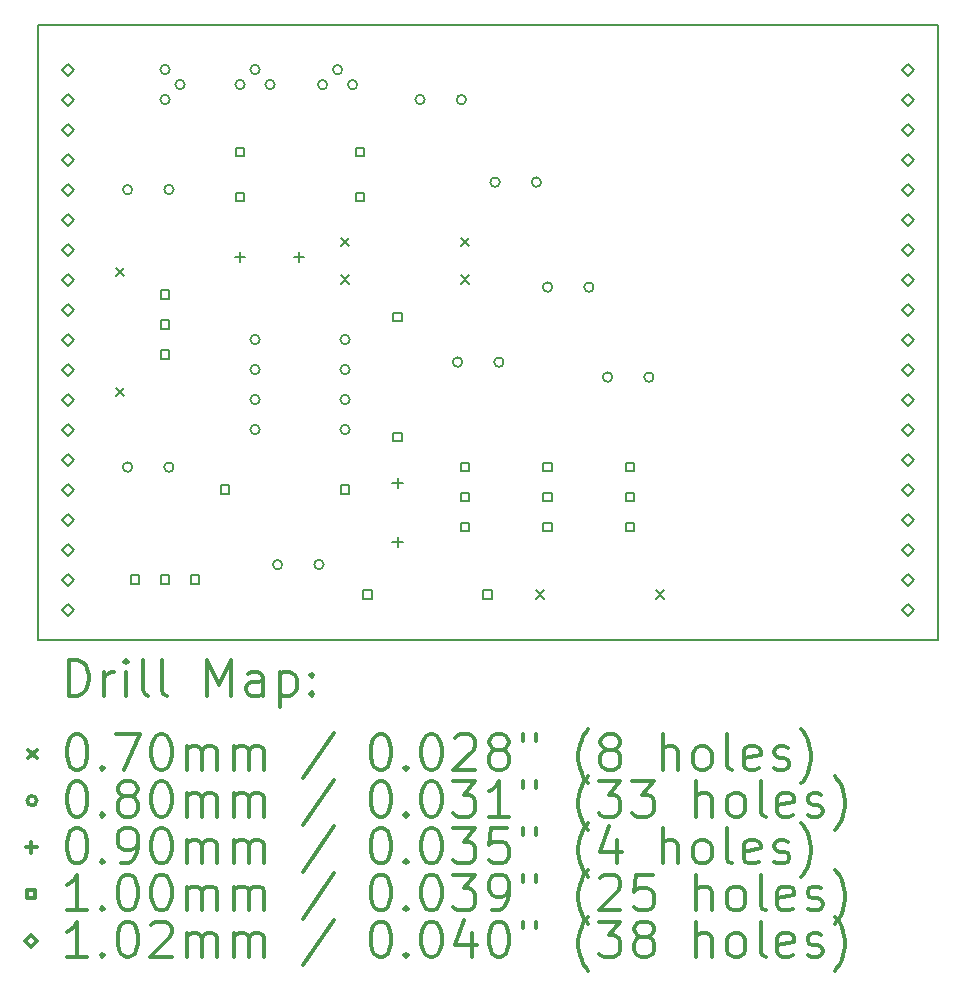
<source format=gbr>
%FSLAX45Y45*%
G04 Gerber Fmt 4.5, Leading zero omitted, Abs format (unit mm)*
G04 Created by KiCad (PCBNEW 4.0.3+e1-6302~38~ubuntu16.04.1-stable) date Thu Aug 25 12:37:37 2016*
%MOMM*%
%LPD*%
G01*
G04 APERTURE LIST*
%ADD10C,0.127000*%
%ADD11C,0.150000*%
%ADD12C,0.200000*%
%ADD13C,0.300000*%
G04 APERTURE END LIST*
D10*
D11*
X10668000Y-9271000D02*
X3048000Y-9271000D01*
X10668000Y-4064000D02*
X10668000Y-9271000D01*
X3048000Y-4064000D02*
X10668000Y-4064000D01*
X3048000Y-4064000D02*
X3048000Y-9271000D01*
D12*
X3711702Y-6124500D02*
X3781806Y-6194604D01*
X3781806Y-6124500D02*
X3711702Y-6194604D01*
X3711702Y-7140500D02*
X3781806Y-7210604D01*
X3781806Y-7140500D02*
X3711702Y-7210604D01*
X5616500Y-5870194D02*
X5686604Y-5940298D01*
X5686604Y-5870194D02*
X5616500Y-5940298D01*
X5616500Y-6187694D02*
X5686604Y-6257798D01*
X5686604Y-6187694D02*
X5616500Y-6257798D01*
X6632500Y-5870194D02*
X6702604Y-5940298D01*
X6702604Y-5870194D02*
X6632500Y-5940298D01*
X6632500Y-6187694D02*
X6702604Y-6257798D01*
X6702604Y-6187694D02*
X6632500Y-6257798D01*
X7267500Y-8854694D02*
X7337604Y-8924798D01*
X7337604Y-8854694D02*
X7267500Y-8924798D01*
X8283500Y-8854694D02*
X8353604Y-8924798D01*
X8353604Y-8854694D02*
X8283500Y-8924798D01*
X3850000Y-5461000D02*
G75*
G03X3850000Y-5461000I-40000J0D01*
G01*
X3850000Y-7810500D02*
G75*
G03X3850000Y-7810500I-40000J0D01*
G01*
X4167500Y-4445000D02*
G75*
G03X4167500Y-4445000I-40000J0D01*
G01*
X4167500Y-4699000D02*
G75*
G03X4167500Y-4699000I-40000J0D01*
G01*
X4200000Y-5461000D02*
G75*
G03X4200000Y-5461000I-40000J0D01*
G01*
X4200000Y-7810500D02*
G75*
G03X4200000Y-7810500I-40000J0D01*
G01*
X4294500Y-4572000D02*
G75*
G03X4294500Y-4572000I-40000J0D01*
G01*
X4802500Y-4572000D02*
G75*
G03X4802500Y-4572000I-40000J0D01*
G01*
X4929500Y-4445000D02*
G75*
G03X4929500Y-4445000I-40000J0D01*
G01*
X4929500Y-6731000D02*
G75*
G03X4929500Y-6731000I-40000J0D01*
G01*
X4929500Y-6985000D02*
G75*
G03X4929500Y-6985000I-40000J0D01*
G01*
X4929500Y-7239000D02*
G75*
G03X4929500Y-7239000I-40000J0D01*
G01*
X4929500Y-7493000D02*
G75*
G03X4929500Y-7493000I-40000J0D01*
G01*
X5056500Y-4572000D02*
G75*
G03X5056500Y-4572000I-40000J0D01*
G01*
X5120000Y-8636000D02*
G75*
G03X5120000Y-8636000I-40000J0D01*
G01*
X5470000Y-8636000D02*
G75*
G03X5470000Y-8636000I-40000J0D01*
G01*
X5501000Y-4572000D02*
G75*
G03X5501000Y-4572000I-40000J0D01*
G01*
X5628000Y-4445000D02*
G75*
G03X5628000Y-4445000I-40000J0D01*
G01*
X5691500Y-6731000D02*
G75*
G03X5691500Y-6731000I-40000J0D01*
G01*
X5691500Y-6985000D02*
G75*
G03X5691500Y-6985000I-40000J0D01*
G01*
X5691500Y-7239000D02*
G75*
G03X5691500Y-7239000I-40000J0D01*
G01*
X5691500Y-7493000D02*
G75*
G03X5691500Y-7493000I-40000J0D01*
G01*
X5755000Y-4572000D02*
G75*
G03X5755000Y-4572000I-40000J0D01*
G01*
X6326500Y-4699000D02*
G75*
G03X6326500Y-4699000I-40000J0D01*
G01*
X6644000Y-6921500D02*
G75*
G03X6644000Y-6921500I-40000J0D01*
G01*
X6676500Y-4699000D02*
G75*
G03X6676500Y-4699000I-40000J0D01*
G01*
X6961500Y-5397500D02*
G75*
G03X6961500Y-5397500I-40000J0D01*
G01*
X6994000Y-6921500D02*
G75*
G03X6994000Y-6921500I-40000J0D01*
G01*
X7311500Y-5397500D02*
G75*
G03X7311500Y-5397500I-40000J0D01*
G01*
X7406000Y-6286500D02*
G75*
G03X7406000Y-6286500I-40000J0D01*
G01*
X7756000Y-6286500D02*
G75*
G03X7756000Y-6286500I-40000J0D01*
G01*
X7914000Y-7048500D02*
G75*
G03X7914000Y-7048500I-40000J0D01*
G01*
X8264000Y-7048500D02*
G75*
G03X8264000Y-7048500I-40000J0D01*
G01*
X4762500Y-5987500D02*
X4762500Y-6077500D01*
X4717500Y-6032500D02*
X4807500Y-6032500D01*
X5262500Y-5987500D02*
X5262500Y-6077500D01*
X5217500Y-6032500D02*
X5307500Y-6032500D01*
X6096000Y-7900500D02*
X6096000Y-7990500D01*
X6051000Y-7945500D02*
X6141000Y-7945500D01*
X6096000Y-8400500D02*
X6096000Y-8490500D01*
X6051000Y-8445500D02*
X6141000Y-8445500D01*
X3908882Y-8798383D02*
X3908882Y-8727618D01*
X3838117Y-8727618D01*
X3838117Y-8798383D01*
X3908882Y-8798383D01*
X4162882Y-6385382D02*
X4162882Y-6314617D01*
X4092117Y-6314617D01*
X4092117Y-6385382D01*
X4162882Y-6385382D01*
X4162882Y-6639382D02*
X4162882Y-6568617D01*
X4092117Y-6568617D01*
X4092117Y-6639382D01*
X4162882Y-6639382D01*
X4162882Y-6893382D02*
X4162882Y-6822617D01*
X4092117Y-6822617D01*
X4092117Y-6893382D01*
X4162882Y-6893382D01*
X4162882Y-8798383D02*
X4162882Y-8727618D01*
X4092117Y-8727618D01*
X4092117Y-8798383D01*
X4162882Y-8798383D01*
X4416883Y-8798383D02*
X4416883Y-8727618D01*
X4346118Y-8727618D01*
X4346118Y-8798383D01*
X4416883Y-8798383D01*
X4670883Y-8036382D02*
X4670883Y-7965617D01*
X4600118Y-7965617D01*
X4600118Y-8036382D01*
X4670883Y-8036382D01*
X4797883Y-5178883D02*
X4797883Y-5108118D01*
X4727118Y-5108118D01*
X4727118Y-5178883D01*
X4797883Y-5178883D01*
X4797883Y-5559883D02*
X4797883Y-5489118D01*
X4727118Y-5489118D01*
X4727118Y-5559883D01*
X4797883Y-5559883D01*
X5686882Y-8036382D02*
X5686882Y-7965617D01*
X5616117Y-7965617D01*
X5616117Y-8036382D01*
X5686882Y-8036382D01*
X5813882Y-5178883D02*
X5813882Y-5108118D01*
X5743117Y-5108118D01*
X5743117Y-5178883D01*
X5813882Y-5178883D01*
X5813882Y-5559883D02*
X5813882Y-5489118D01*
X5743117Y-5489118D01*
X5743117Y-5559883D01*
X5813882Y-5559883D01*
X5877382Y-8925383D02*
X5877382Y-8854618D01*
X5806617Y-8854618D01*
X5806617Y-8925383D01*
X5877382Y-8925383D01*
X6131382Y-6575882D02*
X6131382Y-6505117D01*
X6060617Y-6505117D01*
X6060617Y-6575882D01*
X6131382Y-6575882D01*
X6131382Y-7591882D02*
X6131382Y-7521117D01*
X6060617Y-7521117D01*
X6060617Y-7591882D01*
X6131382Y-7591882D01*
X6702882Y-7845882D02*
X6702882Y-7775117D01*
X6632117Y-7775117D01*
X6632117Y-7845882D01*
X6702882Y-7845882D01*
X6702882Y-8099882D02*
X6702882Y-8029117D01*
X6632117Y-8029117D01*
X6632117Y-8099882D01*
X6702882Y-8099882D01*
X6702882Y-8353882D02*
X6702882Y-8283117D01*
X6632117Y-8283117D01*
X6632117Y-8353882D01*
X6702882Y-8353882D01*
X6893382Y-8925383D02*
X6893382Y-8854618D01*
X6822617Y-8854618D01*
X6822617Y-8925383D01*
X6893382Y-8925383D01*
X7401382Y-7845882D02*
X7401382Y-7775117D01*
X7330617Y-7775117D01*
X7330617Y-7845882D01*
X7401382Y-7845882D01*
X7401382Y-8099882D02*
X7401382Y-8029117D01*
X7330617Y-8029117D01*
X7330617Y-8099882D01*
X7401382Y-8099882D01*
X7401382Y-8353882D02*
X7401382Y-8283117D01*
X7330617Y-8283117D01*
X7330617Y-8353882D01*
X7401382Y-8353882D01*
X8099882Y-7845882D02*
X8099882Y-7775117D01*
X8029117Y-7775117D01*
X8029117Y-7845882D01*
X8099882Y-7845882D01*
X8099882Y-8099882D02*
X8099882Y-8029117D01*
X8029117Y-8029117D01*
X8029117Y-8099882D01*
X8099882Y-8099882D01*
X8099882Y-8353882D02*
X8099882Y-8283117D01*
X8029117Y-8283117D01*
X8029117Y-8353882D01*
X8099882Y-8353882D01*
X3302000Y-4495800D02*
X3352800Y-4445000D01*
X3302000Y-4394200D01*
X3251200Y-4445000D01*
X3302000Y-4495800D01*
X3302000Y-4749800D02*
X3352800Y-4699000D01*
X3302000Y-4648200D01*
X3251200Y-4699000D01*
X3302000Y-4749800D01*
X3302000Y-5003800D02*
X3352800Y-4953000D01*
X3302000Y-4902200D01*
X3251200Y-4953000D01*
X3302000Y-5003800D01*
X3302000Y-5257800D02*
X3352800Y-5207000D01*
X3302000Y-5156200D01*
X3251200Y-5207000D01*
X3302000Y-5257800D01*
X3302000Y-5511800D02*
X3352800Y-5461000D01*
X3302000Y-5410200D01*
X3251200Y-5461000D01*
X3302000Y-5511800D01*
X3302000Y-5765800D02*
X3352800Y-5715000D01*
X3302000Y-5664200D01*
X3251200Y-5715000D01*
X3302000Y-5765800D01*
X3302000Y-6019800D02*
X3352800Y-5969000D01*
X3302000Y-5918200D01*
X3251200Y-5969000D01*
X3302000Y-6019800D01*
X3302000Y-6273800D02*
X3352800Y-6223000D01*
X3302000Y-6172200D01*
X3251200Y-6223000D01*
X3302000Y-6273800D01*
X3302000Y-6527800D02*
X3352800Y-6477000D01*
X3302000Y-6426200D01*
X3251200Y-6477000D01*
X3302000Y-6527800D01*
X3302000Y-6781800D02*
X3352800Y-6731000D01*
X3302000Y-6680200D01*
X3251200Y-6731000D01*
X3302000Y-6781800D01*
X3302000Y-7035800D02*
X3352800Y-6985000D01*
X3302000Y-6934200D01*
X3251200Y-6985000D01*
X3302000Y-7035800D01*
X3302000Y-7289800D02*
X3352800Y-7239000D01*
X3302000Y-7188200D01*
X3251200Y-7239000D01*
X3302000Y-7289800D01*
X3302000Y-7543800D02*
X3352800Y-7493000D01*
X3302000Y-7442200D01*
X3251200Y-7493000D01*
X3302000Y-7543800D01*
X3302000Y-7797800D02*
X3352800Y-7747000D01*
X3302000Y-7696200D01*
X3251200Y-7747000D01*
X3302000Y-7797800D01*
X3302000Y-8051800D02*
X3352800Y-8001000D01*
X3302000Y-7950200D01*
X3251200Y-8001000D01*
X3302000Y-8051800D01*
X3302000Y-8305800D02*
X3352800Y-8255000D01*
X3302000Y-8204200D01*
X3251200Y-8255000D01*
X3302000Y-8305800D01*
X3302000Y-8559800D02*
X3352800Y-8509000D01*
X3302000Y-8458200D01*
X3251200Y-8509000D01*
X3302000Y-8559800D01*
X3302000Y-8813800D02*
X3352800Y-8763000D01*
X3302000Y-8712200D01*
X3251200Y-8763000D01*
X3302000Y-8813800D01*
X3302000Y-9067800D02*
X3352800Y-9017000D01*
X3302000Y-8966200D01*
X3251200Y-9017000D01*
X3302000Y-9067800D01*
X10414000Y-4495800D02*
X10464800Y-4445000D01*
X10414000Y-4394200D01*
X10363200Y-4445000D01*
X10414000Y-4495800D01*
X10414000Y-4749800D02*
X10464800Y-4699000D01*
X10414000Y-4648200D01*
X10363200Y-4699000D01*
X10414000Y-4749800D01*
X10414000Y-5003800D02*
X10464800Y-4953000D01*
X10414000Y-4902200D01*
X10363200Y-4953000D01*
X10414000Y-5003800D01*
X10414000Y-5257800D02*
X10464800Y-5207000D01*
X10414000Y-5156200D01*
X10363200Y-5207000D01*
X10414000Y-5257800D01*
X10414000Y-5511800D02*
X10464800Y-5461000D01*
X10414000Y-5410200D01*
X10363200Y-5461000D01*
X10414000Y-5511800D01*
X10414000Y-5765800D02*
X10464800Y-5715000D01*
X10414000Y-5664200D01*
X10363200Y-5715000D01*
X10414000Y-5765800D01*
X10414000Y-6019800D02*
X10464800Y-5969000D01*
X10414000Y-5918200D01*
X10363200Y-5969000D01*
X10414000Y-6019800D01*
X10414000Y-6273800D02*
X10464800Y-6223000D01*
X10414000Y-6172200D01*
X10363200Y-6223000D01*
X10414000Y-6273800D01*
X10414000Y-6527800D02*
X10464800Y-6477000D01*
X10414000Y-6426200D01*
X10363200Y-6477000D01*
X10414000Y-6527800D01*
X10414000Y-6781800D02*
X10464800Y-6731000D01*
X10414000Y-6680200D01*
X10363200Y-6731000D01*
X10414000Y-6781800D01*
X10414000Y-7035800D02*
X10464800Y-6985000D01*
X10414000Y-6934200D01*
X10363200Y-6985000D01*
X10414000Y-7035800D01*
X10414000Y-7289800D02*
X10464800Y-7239000D01*
X10414000Y-7188200D01*
X10363200Y-7239000D01*
X10414000Y-7289800D01*
X10414000Y-7543800D02*
X10464800Y-7493000D01*
X10414000Y-7442200D01*
X10363200Y-7493000D01*
X10414000Y-7543800D01*
X10414000Y-7797800D02*
X10464800Y-7747000D01*
X10414000Y-7696200D01*
X10363200Y-7747000D01*
X10414000Y-7797800D01*
X10414000Y-8051800D02*
X10464800Y-8001000D01*
X10414000Y-7950200D01*
X10363200Y-8001000D01*
X10414000Y-8051800D01*
X10414000Y-8305800D02*
X10464800Y-8255000D01*
X10414000Y-8204200D01*
X10363200Y-8255000D01*
X10414000Y-8305800D01*
X10414000Y-8559800D02*
X10464800Y-8509000D01*
X10414000Y-8458200D01*
X10363200Y-8509000D01*
X10414000Y-8559800D01*
X10414000Y-8813800D02*
X10464800Y-8763000D01*
X10414000Y-8712200D01*
X10363200Y-8763000D01*
X10414000Y-8813800D01*
X10414000Y-9067800D02*
X10464800Y-9017000D01*
X10414000Y-8966200D01*
X10363200Y-9017000D01*
X10414000Y-9067800D01*
D13*
X3311928Y-9744214D02*
X3311928Y-9444214D01*
X3383357Y-9444214D01*
X3426214Y-9458500D01*
X3454786Y-9487072D01*
X3469071Y-9515643D01*
X3483357Y-9572786D01*
X3483357Y-9615643D01*
X3469071Y-9672786D01*
X3454786Y-9701357D01*
X3426214Y-9729929D01*
X3383357Y-9744214D01*
X3311928Y-9744214D01*
X3611928Y-9744214D02*
X3611928Y-9544214D01*
X3611928Y-9601357D02*
X3626214Y-9572786D01*
X3640500Y-9558500D01*
X3669071Y-9544214D01*
X3697643Y-9544214D01*
X3797643Y-9744214D02*
X3797643Y-9544214D01*
X3797643Y-9444214D02*
X3783357Y-9458500D01*
X3797643Y-9472786D01*
X3811928Y-9458500D01*
X3797643Y-9444214D01*
X3797643Y-9472786D01*
X3983357Y-9744214D02*
X3954786Y-9729929D01*
X3940500Y-9701357D01*
X3940500Y-9444214D01*
X4140500Y-9744214D02*
X4111928Y-9729929D01*
X4097643Y-9701357D01*
X4097643Y-9444214D01*
X4483357Y-9744214D02*
X4483357Y-9444214D01*
X4583357Y-9658500D01*
X4683357Y-9444214D01*
X4683357Y-9744214D01*
X4954786Y-9744214D02*
X4954786Y-9587072D01*
X4940500Y-9558500D01*
X4911929Y-9544214D01*
X4854786Y-9544214D01*
X4826214Y-9558500D01*
X4954786Y-9729929D02*
X4926214Y-9744214D01*
X4854786Y-9744214D01*
X4826214Y-9729929D01*
X4811929Y-9701357D01*
X4811929Y-9672786D01*
X4826214Y-9644214D01*
X4854786Y-9629929D01*
X4926214Y-9629929D01*
X4954786Y-9615643D01*
X5097643Y-9544214D02*
X5097643Y-9844214D01*
X5097643Y-9558500D02*
X5126214Y-9544214D01*
X5183357Y-9544214D01*
X5211929Y-9558500D01*
X5226214Y-9572786D01*
X5240500Y-9601357D01*
X5240500Y-9687072D01*
X5226214Y-9715643D01*
X5211929Y-9729929D01*
X5183357Y-9744214D01*
X5126214Y-9744214D01*
X5097643Y-9729929D01*
X5369071Y-9715643D02*
X5383357Y-9729929D01*
X5369071Y-9744214D01*
X5354786Y-9729929D01*
X5369071Y-9715643D01*
X5369071Y-9744214D01*
X5369071Y-9558500D02*
X5383357Y-9572786D01*
X5369071Y-9587072D01*
X5354786Y-9572786D01*
X5369071Y-9558500D01*
X5369071Y-9587072D01*
X2970396Y-10203448D02*
X3040500Y-10273552D01*
X3040500Y-10203448D02*
X2970396Y-10273552D01*
X3369071Y-10074214D02*
X3397643Y-10074214D01*
X3426214Y-10088500D01*
X3440500Y-10102786D01*
X3454786Y-10131357D01*
X3469071Y-10188500D01*
X3469071Y-10259929D01*
X3454786Y-10317072D01*
X3440500Y-10345643D01*
X3426214Y-10359929D01*
X3397643Y-10374214D01*
X3369071Y-10374214D01*
X3340500Y-10359929D01*
X3326214Y-10345643D01*
X3311928Y-10317072D01*
X3297643Y-10259929D01*
X3297643Y-10188500D01*
X3311928Y-10131357D01*
X3326214Y-10102786D01*
X3340500Y-10088500D01*
X3369071Y-10074214D01*
X3597643Y-10345643D02*
X3611928Y-10359929D01*
X3597643Y-10374214D01*
X3583357Y-10359929D01*
X3597643Y-10345643D01*
X3597643Y-10374214D01*
X3711928Y-10074214D02*
X3911928Y-10074214D01*
X3783357Y-10374214D01*
X4083357Y-10074214D02*
X4111928Y-10074214D01*
X4140500Y-10088500D01*
X4154786Y-10102786D01*
X4169071Y-10131357D01*
X4183357Y-10188500D01*
X4183357Y-10259929D01*
X4169071Y-10317072D01*
X4154786Y-10345643D01*
X4140500Y-10359929D01*
X4111928Y-10374214D01*
X4083357Y-10374214D01*
X4054786Y-10359929D01*
X4040500Y-10345643D01*
X4026214Y-10317072D01*
X4011928Y-10259929D01*
X4011928Y-10188500D01*
X4026214Y-10131357D01*
X4040500Y-10102786D01*
X4054786Y-10088500D01*
X4083357Y-10074214D01*
X4311929Y-10374214D02*
X4311929Y-10174214D01*
X4311929Y-10202786D02*
X4326214Y-10188500D01*
X4354786Y-10174214D01*
X4397643Y-10174214D01*
X4426214Y-10188500D01*
X4440500Y-10217072D01*
X4440500Y-10374214D01*
X4440500Y-10217072D02*
X4454786Y-10188500D01*
X4483357Y-10174214D01*
X4526214Y-10174214D01*
X4554786Y-10188500D01*
X4569071Y-10217072D01*
X4569071Y-10374214D01*
X4711929Y-10374214D02*
X4711929Y-10174214D01*
X4711929Y-10202786D02*
X4726214Y-10188500D01*
X4754786Y-10174214D01*
X4797643Y-10174214D01*
X4826214Y-10188500D01*
X4840500Y-10217072D01*
X4840500Y-10374214D01*
X4840500Y-10217072D02*
X4854786Y-10188500D01*
X4883357Y-10174214D01*
X4926214Y-10174214D01*
X4954786Y-10188500D01*
X4969071Y-10217072D01*
X4969071Y-10374214D01*
X5554786Y-10059929D02*
X5297643Y-10445643D01*
X5940500Y-10074214D02*
X5969071Y-10074214D01*
X5997643Y-10088500D01*
X6011928Y-10102786D01*
X6026214Y-10131357D01*
X6040500Y-10188500D01*
X6040500Y-10259929D01*
X6026214Y-10317072D01*
X6011928Y-10345643D01*
X5997643Y-10359929D01*
X5969071Y-10374214D01*
X5940500Y-10374214D01*
X5911928Y-10359929D01*
X5897643Y-10345643D01*
X5883357Y-10317072D01*
X5869071Y-10259929D01*
X5869071Y-10188500D01*
X5883357Y-10131357D01*
X5897643Y-10102786D01*
X5911928Y-10088500D01*
X5940500Y-10074214D01*
X6169071Y-10345643D02*
X6183357Y-10359929D01*
X6169071Y-10374214D01*
X6154786Y-10359929D01*
X6169071Y-10345643D01*
X6169071Y-10374214D01*
X6369071Y-10074214D02*
X6397643Y-10074214D01*
X6426214Y-10088500D01*
X6440500Y-10102786D01*
X6454785Y-10131357D01*
X6469071Y-10188500D01*
X6469071Y-10259929D01*
X6454785Y-10317072D01*
X6440500Y-10345643D01*
X6426214Y-10359929D01*
X6397643Y-10374214D01*
X6369071Y-10374214D01*
X6340500Y-10359929D01*
X6326214Y-10345643D01*
X6311928Y-10317072D01*
X6297643Y-10259929D01*
X6297643Y-10188500D01*
X6311928Y-10131357D01*
X6326214Y-10102786D01*
X6340500Y-10088500D01*
X6369071Y-10074214D01*
X6583357Y-10102786D02*
X6597643Y-10088500D01*
X6626214Y-10074214D01*
X6697643Y-10074214D01*
X6726214Y-10088500D01*
X6740500Y-10102786D01*
X6754785Y-10131357D01*
X6754785Y-10159929D01*
X6740500Y-10202786D01*
X6569071Y-10374214D01*
X6754785Y-10374214D01*
X6926214Y-10202786D02*
X6897643Y-10188500D01*
X6883357Y-10174214D01*
X6869071Y-10145643D01*
X6869071Y-10131357D01*
X6883357Y-10102786D01*
X6897643Y-10088500D01*
X6926214Y-10074214D01*
X6983357Y-10074214D01*
X7011928Y-10088500D01*
X7026214Y-10102786D01*
X7040500Y-10131357D01*
X7040500Y-10145643D01*
X7026214Y-10174214D01*
X7011928Y-10188500D01*
X6983357Y-10202786D01*
X6926214Y-10202786D01*
X6897643Y-10217072D01*
X6883357Y-10231357D01*
X6869071Y-10259929D01*
X6869071Y-10317072D01*
X6883357Y-10345643D01*
X6897643Y-10359929D01*
X6926214Y-10374214D01*
X6983357Y-10374214D01*
X7011928Y-10359929D01*
X7026214Y-10345643D01*
X7040500Y-10317072D01*
X7040500Y-10259929D01*
X7026214Y-10231357D01*
X7011928Y-10217072D01*
X6983357Y-10202786D01*
X7154786Y-10074214D02*
X7154786Y-10131357D01*
X7269071Y-10074214D02*
X7269071Y-10131357D01*
X7711928Y-10488500D02*
X7697643Y-10474214D01*
X7669071Y-10431357D01*
X7654785Y-10402786D01*
X7640500Y-10359929D01*
X7626214Y-10288500D01*
X7626214Y-10231357D01*
X7640500Y-10159929D01*
X7654785Y-10117072D01*
X7669071Y-10088500D01*
X7697643Y-10045643D01*
X7711928Y-10031357D01*
X7869071Y-10202786D02*
X7840500Y-10188500D01*
X7826214Y-10174214D01*
X7811928Y-10145643D01*
X7811928Y-10131357D01*
X7826214Y-10102786D01*
X7840500Y-10088500D01*
X7869071Y-10074214D01*
X7926214Y-10074214D01*
X7954785Y-10088500D01*
X7969071Y-10102786D01*
X7983357Y-10131357D01*
X7983357Y-10145643D01*
X7969071Y-10174214D01*
X7954785Y-10188500D01*
X7926214Y-10202786D01*
X7869071Y-10202786D01*
X7840500Y-10217072D01*
X7826214Y-10231357D01*
X7811928Y-10259929D01*
X7811928Y-10317072D01*
X7826214Y-10345643D01*
X7840500Y-10359929D01*
X7869071Y-10374214D01*
X7926214Y-10374214D01*
X7954785Y-10359929D01*
X7969071Y-10345643D01*
X7983357Y-10317072D01*
X7983357Y-10259929D01*
X7969071Y-10231357D01*
X7954785Y-10217072D01*
X7926214Y-10202786D01*
X8340500Y-10374214D02*
X8340500Y-10074214D01*
X8469071Y-10374214D02*
X8469071Y-10217072D01*
X8454786Y-10188500D01*
X8426214Y-10174214D01*
X8383357Y-10174214D01*
X8354785Y-10188500D01*
X8340500Y-10202786D01*
X8654786Y-10374214D02*
X8626214Y-10359929D01*
X8611928Y-10345643D01*
X8597643Y-10317072D01*
X8597643Y-10231357D01*
X8611928Y-10202786D01*
X8626214Y-10188500D01*
X8654786Y-10174214D01*
X8697643Y-10174214D01*
X8726214Y-10188500D01*
X8740500Y-10202786D01*
X8754786Y-10231357D01*
X8754786Y-10317072D01*
X8740500Y-10345643D01*
X8726214Y-10359929D01*
X8697643Y-10374214D01*
X8654786Y-10374214D01*
X8926214Y-10374214D02*
X8897643Y-10359929D01*
X8883357Y-10331357D01*
X8883357Y-10074214D01*
X9154786Y-10359929D02*
X9126214Y-10374214D01*
X9069071Y-10374214D01*
X9040500Y-10359929D01*
X9026214Y-10331357D01*
X9026214Y-10217072D01*
X9040500Y-10188500D01*
X9069071Y-10174214D01*
X9126214Y-10174214D01*
X9154786Y-10188500D01*
X9169071Y-10217072D01*
X9169071Y-10245643D01*
X9026214Y-10274214D01*
X9283357Y-10359929D02*
X9311929Y-10374214D01*
X9369071Y-10374214D01*
X9397643Y-10359929D01*
X9411929Y-10331357D01*
X9411929Y-10317072D01*
X9397643Y-10288500D01*
X9369071Y-10274214D01*
X9326214Y-10274214D01*
X9297643Y-10259929D01*
X9283357Y-10231357D01*
X9283357Y-10217072D01*
X9297643Y-10188500D01*
X9326214Y-10174214D01*
X9369071Y-10174214D01*
X9397643Y-10188500D01*
X9511928Y-10488500D02*
X9526214Y-10474214D01*
X9554786Y-10431357D01*
X9569071Y-10402786D01*
X9583357Y-10359929D01*
X9597643Y-10288500D01*
X9597643Y-10231357D01*
X9583357Y-10159929D01*
X9569071Y-10117072D01*
X9554786Y-10088500D01*
X9526214Y-10045643D01*
X9511928Y-10031357D01*
X3040500Y-10634500D02*
G75*
G03X3040500Y-10634500I-40000J0D01*
G01*
X3369071Y-10470214D02*
X3397643Y-10470214D01*
X3426214Y-10484500D01*
X3440500Y-10498786D01*
X3454786Y-10527357D01*
X3469071Y-10584500D01*
X3469071Y-10655929D01*
X3454786Y-10713072D01*
X3440500Y-10741643D01*
X3426214Y-10755929D01*
X3397643Y-10770214D01*
X3369071Y-10770214D01*
X3340500Y-10755929D01*
X3326214Y-10741643D01*
X3311928Y-10713072D01*
X3297643Y-10655929D01*
X3297643Y-10584500D01*
X3311928Y-10527357D01*
X3326214Y-10498786D01*
X3340500Y-10484500D01*
X3369071Y-10470214D01*
X3597643Y-10741643D02*
X3611928Y-10755929D01*
X3597643Y-10770214D01*
X3583357Y-10755929D01*
X3597643Y-10741643D01*
X3597643Y-10770214D01*
X3783357Y-10598786D02*
X3754786Y-10584500D01*
X3740500Y-10570214D01*
X3726214Y-10541643D01*
X3726214Y-10527357D01*
X3740500Y-10498786D01*
X3754786Y-10484500D01*
X3783357Y-10470214D01*
X3840500Y-10470214D01*
X3869071Y-10484500D01*
X3883357Y-10498786D01*
X3897643Y-10527357D01*
X3897643Y-10541643D01*
X3883357Y-10570214D01*
X3869071Y-10584500D01*
X3840500Y-10598786D01*
X3783357Y-10598786D01*
X3754786Y-10613072D01*
X3740500Y-10627357D01*
X3726214Y-10655929D01*
X3726214Y-10713072D01*
X3740500Y-10741643D01*
X3754786Y-10755929D01*
X3783357Y-10770214D01*
X3840500Y-10770214D01*
X3869071Y-10755929D01*
X3883357Y-10741643D01*
X3897643Y-10713072D01*
X3897643Y-10655929D01*
X3883357Y-10627357D01*
X3869071Y-10613072D01*
X3840500Y-10598786D01*
X4083357Y-10470214D02*
X4111928Y-10470214D01*
X4140500Y-10484500D01*
X4154786Y-10498786D01*
X4169071Y-10527357D01*
X4183357Y-10584500D01*
X4183357Y-10655929D01*
X4169071Y-10713072D01*
X4154786Y-10741643D01*
X4140500Y-10755929D01*
X4111928Y-10770214D01*
X4083357Y-10770214D01*
X4054786Y-10755929D01*
X4040500Y-10741643D01*
X4026214Y-10713072D01*
X4011928Y-10655929D01*
X4011928Y-10584500D01*
X4026214Y-10527357D01*
X4040500Y-10498786D01*
X4054786Y-10484500D01*
X4083357Y-10470214D01*
X4311929Y-10770214D02*
X4311929Y-10570214D01*
X4311929Y-10598786D02*
X4326214Y-10584500D01*
X4354786Y-10570214D01*
X4397643Y-10570214D01*
X4426214Y-10584500D01*
X4440500Y-10613072D01*
X4440500Y-10770214D01*
X4440500Y-10613072D02*
X4454786Y-10584500D01*
X4483357Y-10570214D01*
X4526214Y-10570214D01*
X4554786Y-10584500D01*
X4569071Y-10613072D01*
X4569071Y-10770214D01*
X4711929Y-10770214D02*
X4711929Y-10570214D01*
X4711929Y-10598786D02*
X4726214Y-10584500D01*
X4754786Y-10570214D01*
X4797643Y-10570214D01*
X4826214Y-10584500D01*
X4840500Y-10613072D01*
X4840500Y-10770214D01*
X4840500Y-10613072D02*
X4854786Y-10584500D01*
X4883357Y-10570214D01*
X4926214Y-10570214D01*
X4954786Y-10584500D01*
X4969071Y-10613072D01*
X4969071Y-10770214D01*
X5554786Y-10455929D02*
X5297643Y-10841643D01*
X5940500Y-10470214D02*
X5969071Y-10470214D01*
X5997643Y-10484500D01*
X6011928Y-10498786D01*
X6026214Y-10527357D01*
X6040500Y-10584500D01*
X6040500Y-10655929D01*
X6026214Y-10713072D01*
X6011928Y-10741643D01*
X5997643Y-10755929D01*
X5969071Y-10770214D01*
X5940500Y-10770214D01*
X5911928Y-10755929D01*
X5897643Y-10741643D01*
X5883357Y-10713072D01*
X5869071Y-10655929D01*
X5869071Y-10584500D01*
X5883357Y-10527357D01*
X5897643Y-10498786D01*
X5911928Y-10484500D01*
X5940500Y-10470214D01*
X6169071Y-10741643D02*
X6183357Y-10755929D01*
X6169071Y-10770214D01*
X6154786Y-10755929D01*
X6169071Y-10741643D01*
X6169071Y-10770214D01*
X6369071Y-10470214D02*
X6397643Y-10470214D01*
X6426214Y-10484500D01*
X6440500Y-10498786D01*
X6454785Y-10527357D01*
X6469071Y-10584500D01*
X6469071Y-10655929D01*
X6454785Y-10713072D01*
X6440500Y-10741643D01*
X6426214Y-10755929D01*
X6397643Y-10770214D01*
X6369071Y-10770214D01*
X6340500Y-10755929D01*
X6326214Y-10741643D01*
X6311928Y-10713072D01*
X6297643Y-10655929D01*
X6297643Y-10584500D01*
X6311928Y-10527357D01*
X6326214Y-10498786D01*
X6340500Y-10484500D01*
X6369071Y-10470214D01*
X6569071Y-10470214D02*
X6754785Y-10470214D01*
X6654785Y-10584500D01*
X6697643Y-10584500D01*
X6726214Y-10598786D01*
X6740500Y-10613072D01*
X6754785Y-10641643D01*
X6754785Y-10713072D01*
X6740500Y-10741643D01*
X6726214Y-10755929D01*
X6697643Y-10770214D01*
X6611928Y-10770214D01*
X6583357Y-10755929D01*
X6569071Y-10741643D01*
X7040500Y-10770214D02*
X6869071Y-10770214D01*
X6954785Y-10770214D02*
X6954785Y-10470214D01*
X6926214Y-10513072D01*
X6897643Y-10541643D01*
X6869071Y-10555929D01*
X7154786Y-10470214D02*
X7154786Y-10527357D01*
X7269071Y-10470214D02*
X7269071Y-10527357D01*
X7711928Y-10884500D02*
X7697643Y-10870214D01*
X7669071Y-10827357D01*
X7654785Y-10798786D01*
X7640500Y-10755929D01*
X7626214Y-10684500D01*
X7626214Y-10627357D01*
X7640500Y-10555929D01*
X7654785Y-10513072D01*
X7669071Y-10484500D01*
X7697643Y-10441643D01*
X7711928Y-10427357D01*
X7797643Y-10470214D02*
X7983357Y-10470214D01*
X7883357Y-10584500D01*
X7926214Y-10584500D01*
X7954785Y-10598786D01*
X7969071Y-10613072D01*
X7983357Y-10641643D01*
X7983357Y-10713072D01*
X7969071Y-10741643D01*
X7954785Y-10755929D01*
X7926214Y-10770214D01*
X7840500Y-10770214D01*
X7811928Y-10755929D01*
X7797643Y-10741643D01*
X8083357Y-10470214D02*
X8269071Y-10470214D01*
X8169071Y-10584500D01*
X8211928Y-10584500D01*
X8240500Y-10598786D01*
X8254785Y-10613072D01*
X8269071Y-10641643D01*
X8269071Y-10713072D01*
X8254785Y-10741643D01*
X8240500Y-10755929D01*
X8211928Y-10770214D01*
X8126214Y-10770214D01*
X8097643Y-10755929D01*
X8083357Y-10741643D01*
X8626214Y-10770214D02*
X8626214Y-10470214D01*
X8754786Y-10770214D02*
X8754786Y-10613072D01*
X8740500Y-10584500D01*
X8711928Y-10570214D01*
X8669071Y-10570214D01*
X8640500Y-10584500D01*
X8626214Y-10598786D01*
X8940500Y-10770214D02*
X8911928Y-10755929D01*
X8897643Y-10741643D01*
X8883357Y-10713072D01*
X8883357Y-10627357D01*
X8897643Y-10598786D01*
X8911928Y-10584500D01*
X8940500Y-10570214D01*
X8983357Y-10570214D01*
X9011928Y-10584500D01*
X9026214Y-10598786D01*
X9040500Y-10627357D01*
X9040500Y-10713072D01*
X9026214Y-10741643D01*
X9011928Y-10755929D01*
X8983357Y-10770214D01*
X8940500Y-10770214D01*
X9211928Y-10770214D02*
X9183357Y-10755929D01*
X9169071Y-10727357D01*
X9169071Y-10470214D01*
X9440500Y-10755929D02*
X9411929Y-10770214D01*
X9354786Y-10770214D01*
X9326214Y-10755929D01*
X9311929Y-10727357D01*
X9311929Y-10613072D01*
X9326214Y-10584500D01*
X9354786Y-10570214D01*
X9411929Y-10570214D01*
X9440500Y-10584500D01*
X9454786Y-10613072D01*
X9454786Y-10641643D01*
X9311929Y-10670214D01*
X9569071Y-10755929D02*
X9597643Y-10770214D01*
X9654786Y-10770214D01*
X9683357Y-10755929D01*
X9697643Y-10727357D01*
X9697643Y-10713072D01*
X9683357Y-10684500D01*
X9654786Y-10670214D01*
X9611929Y-10670214D01*
X9583357Y-10655929D01*
X9569071Y-10627357D01*
X9569071Y-10613072D01*
X9583357Y-10584500D01*
X9611929Y-10570214D01*
X9654786Y-10570214D01*
X9683357Y-10584500D01*
X9797643Y-10884500D02*
X9811929Y-10870214D01*
X9840500Y-10827357D01*
X9854786Y-10798786D01*
X9869071Y-10755929D01*
X9883357Y-10684500D01*
X9883357Y-10627357D01*
X9869071Y-10555929D01*
X9854786Y-10513072D01*
X9840500Y-10484500D01*
X9811929Y-10441643D01*
X9797643Y-10427357D01*
X2995500Y-10985500D02*
X2995500Y-11075500D01*
X2950500Y-11030500D02*
X3040500Y-11030500D01*
X3369071Y-10866214D02*
X3397643Y-10866214D01*
X3426214Y-10880500D01*
X3440500Y-10894786D01*
X3454786Y-10923357D01*
X3469071Y-10980500D01*
X3469071Y-11051929D01*
X3454786Y-11109072D01*
X3440500Y-11137643D01*
X3426214Y-11151929D01*
X3397643Y-11166214D01*
X3369071Y-11166214D01*
X3340500Y-11151929D01*
X3326214Y-11137643D01*
X3311928Y-11109072D01*
X3297643Y-11051929D01*
X3297643Y-10980500D01*
X3311928Y-10923357D01*
X3326214Y-10894786D01*
X3340500Y-10880500D01*
X3369071Y-10866214D01*
X3597643Y-11137643D02*
X3611928Y-11151929D01*
X3597643Y-11166214D01*
X3583357Y-11151929D01*
X3597643Y-11137643D01*
X3597643Y-11166214D01*
X3754786Y-11166214D02*
X3811928Y-11166214D01*
X3840500Y-11151929D01*
X3854786Y-11137643D01*
X3883357Y-11094786D01*
X3897643Y-11037643D01*
X3897643Y-10923357D01*
X3883357Y-10894786D01*
X3869071Y-10880500D01*
X3840500Y-10866214D01*
X3783357Y-10866214D01*
X3754786Y-10880500D01*
X3740500Y-10894786D01*
X3726214Y-10923357D01*
X3726214Y-10994786D01*
X3740500Y-11023357D01*
X3754786Y-11037643D01*
X3783357Y-11051929D01*
X3840500Y-11051929D01*
X3869071Y-11037643D01*
X3883357Y-11023357D01*
X3897643Y-10994786D01*
X4083357Y-10866214D02*
X4111928Y-10866214D01*
X4140500Y-10880500D01*
X4154786Y-10894786D01*
X4169071Y-10923357D01*
X4183357Y-10980500D01*
X4183357Y-11051929D01*
X4169071Y-11109072D01*
X4154786Y-11137643D01*
X4140500Y-11151929D01*
X4111928Y-11166214D01*
X4083357Y-11166214D01*
X4054786Y-11151929D01*
X4040500Y-11137643D01*
X4026214Y-11109072D01*
X4011928Y-11051929D01*
X4011928Y-10980500D01*
X4026214Y-10923357D01*
X4040500Y-10894786D01*
X4054786Y-10880500D01*
X4083357Y-10866214D01*
X4311929Y-11166214D02*
X4311929Y-10966214D01*
X4311929Y-10994786D02*
X4326214Y-10980500D01*
X4354786Y-10966214D01*
X4397643Y-10966214D01*
X4426214Y-10980500D01*
X4440500Y-11009072D01*
X4440500Y-11166214D01*
X4440500Y-11009072D02*
X4454786Y-10980500D01*
X4483357Y-10966214D01*
X4526214Y-10966214D01*
X4554786Y-10980500D01*
X4569071Y-11009072D01*
X4569071Y-11166214D01*
X4711929Y-11166214D02*
X4711929Y-10966214D01*
X4711929Y-10994786D02*
X4726214Y-10980500D01*
X4754786Y-10966214D01*
X4797643Y-10966214D01*
X4826214Y-10980500D01*
X4840500Y-11009072D01*
X4840500Y-11166214D01*
X4840500Y-11009072D02*
X4854786Y-10980500D01*
X4883357Y-10966214D01*
X4926214Y-10966214D01*
X4954786Y-10980500D01*
X4969071Y-11009072D01*
X4969071Y-11166214D01*
X5554786Y-10851929D02*
X5297643Y-11237643D01*
X5940500Y-10866214D02*
X5969071Y-10866214D01*
X5997643Y-10880500D01*
X6011928Y-10894786D01*
X6026214Y-10923357D01*
X6040500Y-10980500D01*
X6040500Y-11051929D01*
X6026214Y-11109072D01*
X6011928Y-11137643D01*
X5997643Y-11151929D01*
X5969071Y-11166214D01*
X5940500Y-11166214D01*
X5911928Y-11151929D01*
X5897643Y-11137643D01*
X5883357Y-11109072D01*
X5869071Y-11051929D01*
X5869071Y-10980500D01*
X5883357Y-10923357D01*
X5897643Y-10894786D01*
X5911928Y-10880500D01*
X5940500Y-10866214D01*
X6169071Y-11137643D02*
X6183357Y-11151929D01*
X6169071Y-11166214D01*
X6154786Y-11151929D01*
X6169071Y-11137643D01*
X6169071Y-11166214D01*
X6369071Y-10866214D02*
X6397643Y-10866214D01*
X6426214Y-10880500D01*
X6440500Y-10894786D01*
X6454785Y-10923357D01*
X6469071Y-10980500D01*
X6469071Y-11051929D01*
X6454785Y-11109072D01*
X6440500Y-11137643D01*
X6426214Y-11151929D01*
X6397643Y-11166214D01*
X6369071Y-11166214D01*
X6340500Y-11151929D01*
X6326214Y-11137643D01*
X6311928Y-11109072D01*
X6297643Y-11051929D01*
X6297643Y-10980500D01*
X6311928Y-10923357D01*
X6326214Y-10894786D01*
X6340500Y-10880500D01*
X6369071Y-10866214D01*
X6569071Y-10866214D02*
X6754785Y-10866214D01*
X6654785Y-10980500D01*
X6697643Y-10980500D01*
X6726214Y-10994786D01*
X6740500Y-11009072D01*
X6754785Y-11037643D01*
X6754785Y-11109072D01*
X6740500Y-11137643D01*
X6726214Y-11151929D01*
X6697643Y-11166214D01*
X6611928Y-11166214D01*
X6583357Y-11151929D01*
X6569071Y-11137643D01*
X7026214Y-10866214D02*
X6883357Y-10866214D01*
X6869071Y-11009072D01*
X6883357Y-10994786D01*
X6911928Y-10980500D01*
X6983357Y-10980500D01*
X7011928Y-10994786D01*
X7026214Y-11009072D01*
X7040500Y-11037643D01*
X7040500Y-11109072D01*
X7026214Y-11137643D01*
X7011928Y-11151929D01*
X6983357Y-11166214D01*
X6911928Y-11166214D01*
X6883357Y-11151929D01*
X6869071Y-11137643D01*
X7154786Y-10866214D02*
X7154786Y-10923357D01*
X7269071Y-10866214D02*
X7269071Y-10923357D01*
X7711928Y-11280500D02*
X7697643Y-11266214D01*
X7669071Y-11223357D01*
X7654785Y-11194786D01*
X7640500Y-11151929D01*
X7626214Y-11080500D01*
X7626214Y-11023357D01*
X7640500Y-10951929D01*
X7654785Y-10909072D01*
X7669071Y-10880500D01*
X7697643Y-10837643D01*
X7711928Y-10823357D01*
X7954785Y-10966214D02*
X7954785Y-11166214D01*
X7883357Y-10851929D02*
X7811928Y-11066214D01*
X7997643Y-11066214D01*
X8340500Y-11166214D02*
X8340500Y-10866214D01*
X8469071Y-11166214D02*
X8469071Y-11009072D01*
X8454786Y-10980500D01*
X8426214Y-10966214D01*
X8383357Y-10966214D01*
X8354785Y-10980500D01*
X8340500Y-10994786D01*
X8654786Y-11166214D02*
X8626214Y-11151929D01*
X8611928Y-11137643D01*
X8597643Y-11109072D01*
X8597643Y-11023357D01*
X8611928Y-10994786D01*
X8626214Y-10980500D01*
X8654786Y-10966214D01*
X8697643Y-10966214D01*
X8726214Y-10980500D01*
X8740500Y-10994786D01*
X8754786Y-11023357D01*
X8754786Y-11109072D01*
X8740500Y-11137643D01*
X8726214Y-11151929D01*
X8697643Y-11166214D01*
X8654786Y-11166214D01*
X8926214Y-11166214D02*
X8897643Y-11151929D01*
X8883357Y-11123357D01*
X8883357Y-10866214D01*
X9154786Y-11151929D02*
X9126214Y-11166214D01*
X9069071Y-11166214D01*
X9040500Y-11151929D01*
X9026214Y-11123357D01*
X9026214Y-11009072D01*
X9040500Y-10980500D01*
X9069071Y-10966214D01*
X9126214Y-10966214D01*
X9154786Y-10980500D01*
X9169071Y-11009072D01*
X9169071Y-11037643D01*
X9026214Y-11066214D01*
X9283357Y-11151929D02*
X9311929Y-11166214D01*
X9369071Y-11166214D01*
X9397643Y-11151929D01*
X9411929Y-11123357D01*
X9411929Y-11109072D01*
X9397643Y-11080500D01*
X9369071Y-11066214D01*
X9326214Y-11066214D01*
X9297643Y-11051929D01*
X9283357Y-11023357D01*
X9283357Y-11009072D01*
X9297643Y-10980500D01*
X9326214Y-10966214D01*
X9369071Y-10966214D01*
X9397643Y-10980500D01*
X9511928Y-11280500D02*
X9526214Y-11266214D01*
X9554786Y-11223357D01*
X9569071Y-11194786D01*
X9583357Y-11151929D01*
X9597643Y-11080500D01*
X9597643Y-11023357D01*
X9583357Y-10951929D01*
X9569071Y-10909072D01*
X9554786Y-10880500D01*
X9526214Y-10837643D01*
X9511928Y-10823357D01*
X3025844Y-11461883D02*
X3025844Y-11391118D01*
X2955079Y-11391118D01*
X2955079Y-11461883D01*
X3025844Y-11461883D01*
X3469071Y-11562214D02*
X3297643Y-11562214D01*
X3383357Y-11562214D02*
X3383357Y-11262214D01*
X3354786Y-11305071D01*
X3326214Y-11333643D01*
X3297643Y-11347929D01*
X3597643Y-11533643D02*
X3611928Y-11547929D01*
X3597643Y-11562214D01*
X3583357Y-11547929D01*
X3597643Y-11533643D01*
X3597643Y-11562214D01*
X3797643Y-11262214D02*
X3826214Y-11262214D01*
X3854786Y-11276500D01*
X3869071Y-11290786D01*
X3883357Y-11319357D01*
X3897643Y-11376500D01*
X3897643Y-11447929D01*
X3883357Y-11505071D01*
X3869071Y-11533643D01*
X3854786Y-11547929D01*
X3826214Y-11562214D01*
X3797643Y-11562214D01*
X3769071Y-11547929D01*
X3754786Y-11533643D01*
X3740500Y-11505071D01*
X3726214Y-11447929D01*
X3726214Y-11376500D01*
X3740500Y-11319357D01*
X3754786Y-11290786D01*
X3769071Y-11276500D01*
X3797643Y-11262214D01*
X4083357Y-11262214D02*
X4111928Y-11262214D01*
X4140500Y-11276500D01*
X4154786Y-11290786D01*
X4169071Y-11319357D01*
X4183357Y-11376500D01*
X4183357Y-11447929D01*
X4169071Y-11505071D01*
X4154786Y-11533643D01*
X4140500Y-11547929D01*
X4111928Y-11562214D01*
X4083357Y-11562214D01*
X4054786Y-11547929D01*
X4040500Y-11533643D01*
X4026214Y-11505071D01*
X4011928Y-11447929D01*
X4011928Y-11376500D01*
X4026214Y-11319357D01*
X4040500Y-11290786D01*
X4054786Y-11276500D01*
X4083357Y-11262214D01*
X4311929Y-11562214D02*
X4311929Y-11362214D01*
X4311929Y-11390786D02*
X4326214Y-11376500D01*
X4354786Y-11362214D01*
X4397643Y-11362214D01*
X4426214Y-11376500D01*
X4440500Y-11405071D01*
X4440500Y-11562214D01*
X4440500Y-11405071D02*
X4454786Y-11376500D01*
X4483357Y-11362214D01*
X4526214Y-11362214D01*
X4554786Y-11376500D01*
X4569071Y-11405071D01*
X4569071Y-11562214D01*
X4711929Y-11562214D02*
X4711929Y-11362214D01*
X4711929Y-11390786D02*
X4726214Y-11376500D01*
X4754786Y-11362214D01*
X4797643Y-11362214D01*
X4826214Y-11376500D01*
X4840500Y-11405071D01*
X4840500Y-11562214D01*
X4840500Y-11405071D02*
X4854786Y-11376500D01*
X4883357Y-11362214D01*
X4926214Y-11362214D01*
X4954786Y-11376500D01*
X4969071Y-11405071D01*
X4969071Y-11562214D01*
X5554786Y-11247929D02*
X5297643Y-11633643D01*
X5940500Y-11262214D02*
X5969071Y-11262214D01*
X5997643Y-11276500D01*
X6011928Y-11290786D01*
X6026214Y-11319357D01*
X6040500Y-11376500D01*
X6040500Y-11447929D01*
X6026214Y-11505071D01*
X6011928Y-11533643D01*
X5997643Y-11547929D01*
X5969071Y-11562214D01*
X5940500Y-11562214D01*
X5911928Y-11547929D01*
X5897643Y-11533643D01*
X5883357Y-11505071D01*
X5869071Y-11447929D01*
X5869071Y-11376500D01*
X5883357Y-11319357D01*
X5897643Y-11290786D01*
X5911928Y-11276500D01*
X5940500Y-11262214D01*
X6169071Y-11533643D02*
X6183357Y-11547929D01*
X6169071Y-11562214D01*
X6154786Y-11547929D01*
X6169071Y-11533643D01*
X6169071Y-11562214D01*
X6369071Y-11262214D02*
X6397643Y-11262214D01*
X6426214Y-11276500D01*
X6440500Y-11290786D01*
X6454785Y-11319357D01*
X6469071Y-11376500D01*
X6469071Y-11447929D01*
X6454785Y-11505071D01*
X6440500Y-11533643D01*
X6426214Y-11547929D01*
X6397643Y-11562214D01*
X6369071Y-11562214D01*
X6340500Y-11547929D01*
X6326214Y-11533643D01*
X6311928Y-11505071D01*
X6297643Y-11447929D01*
X6297643Y-11376500D01*
X6311928Y-11319357D01*
X6326214Y-11290786D01*
X6340500Y-11276500D01*
X6369071Y-11262214D01*
X6569071Y-11262214D02*
X6754785Y-11262214D01*
X6654785Y-11376500D01*
X6697643Y-11376500D01*
X6726214Y-11390786D01*
X6740500Y-11405071D01*
X6754785Y-11433643D01*
X6754785Y-11505071D01*
X6740500Y-11533643D01*
X6726214Y-11547929D01*
X6697643Y-11562214D01*
X6611928Y-11562214D01*
X6583357Y-11547929D01*
X6569071Y-11533643D01*
X6897643Y-11562214D02*
X6954785Y-11562214D01*
X6983357Y-11547929D01*
X6997643Y-11533643D01*
X7026214Y-11490786D01*
X7040500Y-11433643D01*
X7040500Y-11319357D01*
X7026214Y-11290786D01*
X7011928Y-11276500D01*
X6983357Y-11262214D01*
X6926214Y-11262214D01*
X6897643Y-11276500D01*
X6883357Y-11290786D01*
X6869071Y-11319357D01*
X6869071Y-11390786D01*
X6883357Y-11419357D01*
X6897643Y-11433643D01*
X6926214Y-11447929D01*
X6983357Y-11447929D01*
X7011928Y-11433643D01*
X7026214Y-11419357D01*
X7040500Y-11390786D01*
X7154786Y-11262214D02*
X7154786Y-11319357D01*
X7269071Y-11262214D02*
X7269071Y-11319357D01*
X7711928Y-11676500D02*
X7697643Y-11662214D01*
X7669071Y-11619357D01*
X7654785Y-11590786D01*
X7640500Y-11547929D01*
X7626214Y-11476500D01*
X7626214Y-11419357D01*
X7640500Y-11347929D01*
X7654785Y-11305071D01*
X7669071Y-11276500D01*
X7697643Y-11233643D01*
X7711928Y-11219357D01*
X7811928Y-11290786D02*
X7826214Y-11276500D01*
X7854785Y-11262214D01*
X7926214Y-11262214D01*
X7954785Y-11276500D01*
X7969071Y-11290786D01*
X7983357Y-11319357D01*
X7983357Y-11347929D01*
X7969071Y-11390786D01*
X7797643Y-11562214D01*
X7983357Y-11562214D01*
X8254785Y-11262214D02*
X8111928Y-11262214D01*
X8097643Y-11405071D01*
X8111928Y-11390786D01*
X8140500Y-11376500D01*
X8211928Y-11376500D01*
X8240500Y-11390786D01*
X8254785Y-11405071D01*
X8269071Y-11433643D01*
X8269071Y-11505071D01*
X8254785Y-11533643D01*
X8240500Y-11547929D01*
X8211928Y-11562214D01*
X8140500Y-11562214D01*
X8111928Y-11547929D01*
X8097643Y-11533643D01*
X8626214Y-11562214D02*
X8626214Y-11262214D01*
X8754786Y-11562214D02*
X8754786Y-11405071D01*
X8740500Y-11376500D01*
X8711928Y-11362214D01*
X8669071Y-11362214D01*
X8640500Y-11376500D01*
X8626214Y-11390786D01*
X8940500Y-11562214D02*
X8911928Y-11547929D01*
X8897643Y-11533643D01*
X8883357Y-11505071D01*
X8883357Y-11419357D01*
X8897643Y-11390786D01*
X8911928Y-11376500D01*
X8940500Y-11362214D01*
X8983357Y-11362214D01*
X9011928Y-11376500D01*
X9026214Y-11390786D01*
X9040500Y-11419357D01*
X9040500Y-11505071D01*
X9026214Y-11533643D01*
X9011928Y-11547929D01*
X8983357Y-11562214D01*
X8940500Y-11562214D01*
X9211928Y-11562214D02*
X9183357Y-11547929D01*
X9169071Y-11519357D01*
X9169071Y-11262214D01*
X9440500Y-11547929D02*
X9411929Y-11562214D01*
X9354786Y-11562214D01*
X9326214Y-11547929D01*
X9311929Y-11519357D01*
X9311929Y-11405071D01*
X9326214Y-11376500D01*
X9354786Y-11362214D01*
X9411929Y-11362214D01*
X9440500Y-11376500D01*
X9454786Y-11405071D01*
X9454786Y-11433643D01*
X9311929Y-11462214D01*
X9569071Y-11547929D02*
X9597643Y-11562214D01*
X9654786Y-11562214D01*
X9683357Y-11547929D01*
X9697643Y-11519357D01*
X9697643Y-11505071D01*
X9683357Y-11476500D01*
X9654786Y-11462214D01*
X9611929Y-11462214D01*
X9583357Y-11447929D01*
X9569071Y-11419357D01*
X9569071Y-11405071D01*
X9583357Y-11376500D01*
X9611929Y-11362214D01*
X9654786Y-11362214D01*
X9683357Y-11376500D01*
X9797643Y-11676500D02*
X9811929Y-11662214D01*
X9840500Y-11619357D01*
X9854786Y-11590786D01*
X9869071Y-11547929D01*
X9883357Y-11476500D01*
X9883357Y-11419357D01*
X9869071Y-11347929D01*
X9854786Y-11305071D01*
X9840500Y-11276500D01*
X9811929Y-11233643D01*
X9797643Y-11219357D01*
X2989700Y-11873300D02*
X3040500Y-11822500D01*
X2989700Y-11771700D01*
X2938900Y-11822500D01*
X2989700Y-11873300D01*
X3469071Y-11958214D02*
X3297643Y-11958214D01*
X3383357Y-11958214D02*
X3383357Y-11658214D01*
X3354786Y-11701071D01*
X3326214Y-11729643D01*
X3297643Y-11743929D01*
X3597643Y-11929643D02*
X3611928Y-11943929D01*
X3597643Y-11958214D01*
X3583357Y-11943929D01*
X3597643Y-11929643D01*
X3597643Y-11958214D01*
X3797643Y-11658214D02*
X3826214Y-11658214D01*
X3854786Y-11672500D01*
X3869071Y-11686786D01*
X3883357Y-11715357D01*
X3897643Y-11772500D01*
X3897643Y-11843929D01*
X3883357Y-11901071D01*
X3869071Y-11929643D01*
X3854786Y-11943929D01*
X3826214Y-11958214D01*
X3797643Y-11958214D01*
X3769071Y-11943929D01*
X3754786Y-11929643D01*
X3740500Y-11901071D01*
X3726214Y-11843929D01*
X3726214Y-11772500D01*
X3740500Y-11715357D01*
X3754786Y-11686786D01*
X3769071Y-11672500D01*
X3797643Y-11658214D01*
X4011928Y-11686786D02*
X4026214Y-11672500D01*
X4054786Y-11658214D01*
X4126214Y-11658214D01*
X4154786Y-11672500D01*
X4169071Y-11686786D01*
X4183357Y-11715357D01*
X4183357Y-11743929D01*
X4169071Y-11786786D01*
X3997643Y-11958214D01*
X4183357Y-11958214D01*
X4311929Y-11958214D02*
X4311929Y-11758214D01*
X4311929Y-11786786D02*
X4326214Y-11772500D01*
X4354786Y-11758214D01*
X4397643Y-11758214D01*
X4426214Y-11772500D01*
X4440500Y-11801071D01*
X4440500Y-11958214D01*
X4440500Y-11801071D02*
X4454786Y-11772500D01*
X4483357Y-11758214D01*
X4526214Y-11758214D01*
X4554786Y-11772500D01*
X4569071Y-11801071D01*
X4569071Y-11958214D01*
X4711929Y-11958214D02*
X4711929Y-11758214D01*
X4711929Y-11786786D02*
X4726214Y-11772500D01*
X4754786Y-11758214D01*
X4797643Y-11758214D01*
X4826214Y-11772500D01*
X4840500Y-11801071D01*
X4840500Y-11958214D01*
X4840500Y-11801071D02*
X4854786Y-11772500D01*
X4883357Y-11758214D01*
X4926214Y-11758214D01*
X4954786Y-11772500D01*
X4969071Y-11801071D01*
X4969071Y-11958214D01*
X5554786Y-11643929D02*
X5297643Y-12029643D01*
X5940500Y-11658214D02*
X5969071Y-11658214D01*
X5997643Y-11672500D01*
X6011928Y-11686786D01*
X6026214Y-11715357D01*
X6040500Y-11772500D01*
X6040500Y-11843929D01*
X6026214Y-11901071D01*
X6011928Y-11929643D01*
X5997643Y-11943929D01*
X5969071Y-11958214D01*
X5940500Y-11958214D01*
X5911928Y-11943929D01*
X5897643Y-11929643D01*
X5883357Y-11901071D01*
X5869071Y-11843929D01*
X5869071Y-11772500D01*
X5883357Y-11715357D01*
X5897643Y-11686786D01*
X5911928Y-11672500D01*
X5940500Y-11658214D01*
X6169071Y-11929643D02*
X6183357Y-11943929D01*
X6169071Y-11958214D01*
X6154786Y-11943929D01*
X6169071Y-11929643D01*
X6169071Y-11958214D01*
X6369071Y-11658214D02*
X6397643Y-11658214D01*
X6426214Y-11672500D01*
X6440500Y-11686786D01*
X6454785Y-11715357D01*
X6469071Y-11772500D01*
X6469071Y-11843929D01*
X6454785Y-11901071D01*
X6440500Y-11929643D01*
X6426214Y-11943929D01*
X6397643Y-11958214D01*
X6369071Y-11958214D01*
X6340500Y-11943929D01*
X6326214Y-11929643D01*
X6311928Y-11901071D01*
X6297643Y-11843929D01*
X6297643Y-11772500D01*
X6311928Y-11715357D01*
X6326214Y-11686786D01*
X6340500Y-11672500D01*
X6369071Y-11658214D01*
X6726214Y-11758214D02*
X6726214Y-11958214D01*
X6654785Y-11643929D02*
X6583357Y-11858214D01*
X6769071Y-11858214D01*
X6940500Y-11658214D02*
X6969071Y-11658214D01*
X6997643Y-11672500D01*
X7011928Y-11686786D01*
X7026214Y-11715357D01*
X7040500Y-11772500D01*
X7040500Y-11843929D01*
X7026214Y-11901071D01*
X7011928Y-11929643D01*
X6997643Y-11943929D01*
X6969071Y-11958214D01*
X6940500Y-11958214D01*
X6911928Y-11943929D01*
X6897643Y-11929643D01*
X6883357Y-11901071D01*
X6869071Y-11843929D01*
X6869071Y-11772500D01*
X6883357Y-11715357D01*
X6897643Y-11686786D01*
X6911928Y-11672500D01*
X6940500Y-11658214D01*
X7154786Y-11658214D02*
X7154786Y-11715357D01*
X7269071Y-11658214D02*
X7269071Y-11715357D01*
X7711928Y-12072500D02*
X7697643Y-12058214D01*
X7669071Y-12015357D01*
X7654785Y-11986786D01*
X7640500Y-11943929D01*
X7626214Y-11872500D01*
X7626214Y-11815357D01*
X7640500Y-11743929D01*
X7654785Y-11701071D01*
X7669071Y-11672500D01*
X7697643Y-11629643D01*
X7711928Y-11615357D01*
X7797643Y-11658214D02*
X7983357Y-11658214D01*
X7883357Y-11772500D01*
X7926214Y-11772500D01*
X7954785Y-11786786D01*
X7969071Y-11801071D01*
X7983357Y-11829643D01*
X7983357Y-11901071D01*
X7969071Y-11929643D01*
X7954785Y-11943929D01*
X7926214Y-11958214D01*
X7840500Y-11958214D01*
X7811928Y-11943929D01*
X7797643Y-11929643D01*
X8154785Y-11786786D02*
X8126214Y-11772500D01*
X8111928Y-11758214D01*
X8097643Y-11729643D01*
X8097643Y-11715357D01*
X8111928Y-11686786D01*
X8126214Y-11672500D01*
X8154785Y-11658214D01*
X8211928Y-11658214D01*
X8240500Y-11672500D01*
X8254785Y-11686786D01*
X8269071Y-11715357D01*
X8269071Y-11729643D01*
X8254785Y-11758214D01*
X8240500Y-11772500D01*
X8211928Y-11786786D01*
X8154785Y-11786786D01*
X8126214Y-11801071D01*
X8111928Y-11815357D01*
X8097643Y-11843929D01*
X8097643Y-11901071D01*
X8111928Y-11929643D01*
X8126214Y-11943929D01*
X8154785Y-11958214D01*
X8211928Y-11958214D01*
X8240500Y-11943929D01*
X8254785Y-11929643D01*
X8269071Y-11901071D01*
X8269071Y-11843929D01*
X8254785Y-11815357D01*
X8240500Y-11801071D01*
X8211928Y-11786786D01*
X8626214Y-11958214D02*
X8626214Y-11658214D01*
X8754786Y-11958214D02*
X8754786Y-11801071D01*
X8740500Y-11772500D01*
X8711928Y-11758214D01*
X8669071Y-11758214D01*
X8640500Y-11772500D01*
X8626214Y-11786786D01*
X8940500Y-11958214D02*
X8911928Y-11943929D01*
X8897643Y-11929643D01*
X8883357Y-11901071D01*
X8883357Y-11815357D01*
X8897643Y-11786786D01*
X8911928Y-11772500D01*
X8940500Y-11758214D01*
X8983357Y-11758214D01*
X9011928Y-11772500D01*
X9026214Y-11786786D01*
X9040500Y-11815357D01*
X9040500Y-11901071D01*
X9026214Y-11929643D01*
X9011928Y-11943929D01*
X8983357Y-11958214D01*
X8940500Y-11958214D01*
X9211928Y-11958214D02*
X9183357Y-11943929D01*
X9169071Y-11915357D01*
X9169071Y-11658214D01*
X9440500Y-11943929D02*
X9411929Y-11958214D01*
X9354786Y-11958214D01*
X9326214Y-11943929D01*
X9311929Y-11915357D01*
X9311929Y-11801071D01*
X9326214Y-11772500D01*
X9354786Y-11758214D01*
X9411929Y-11758214D01*
X9440500Y-11772500D01*
X9454786Y-11801071D01*
X9454786Y-11829643D01*
X9311929Y-11858214D01*
X9569071Y-11943929D02*
X9597643Y-11958214D01*
X9654786Y-11958214D01*
X9683357Y-11943929D01*
X9697643Y-11915357D01*
X9697643Y-11901071D01*
X9683357Y-11872500D01*
X9654786Y-11858214D01*
X9611929Y-11858214D01*
X9583357Y-11843929D01*
X9569071Y-11815357D01*
X9569071Y-11801071D01*
X9583357Y-11772500D01*
X9611929Y-11758214D01*
X9654786Y-11758214D01*
X9683357Y-11772500D01*
X9797643Y-12072500D02*
X9811929Y-12058214D01*
X9840500Y-12015357D01*
X9854786Y-11986786D01*
X9869071Y-11943929D01*
X9883357Y-11872500D01*
X9883357Y-11815357D01*
X9869071Y-11743929D01*
X9854786Y-11701071D01*
X9840500Y-11672500D01*
X9811929Y-11629643D01*
X9797643Y-11615357D01*
M02*

</source>
